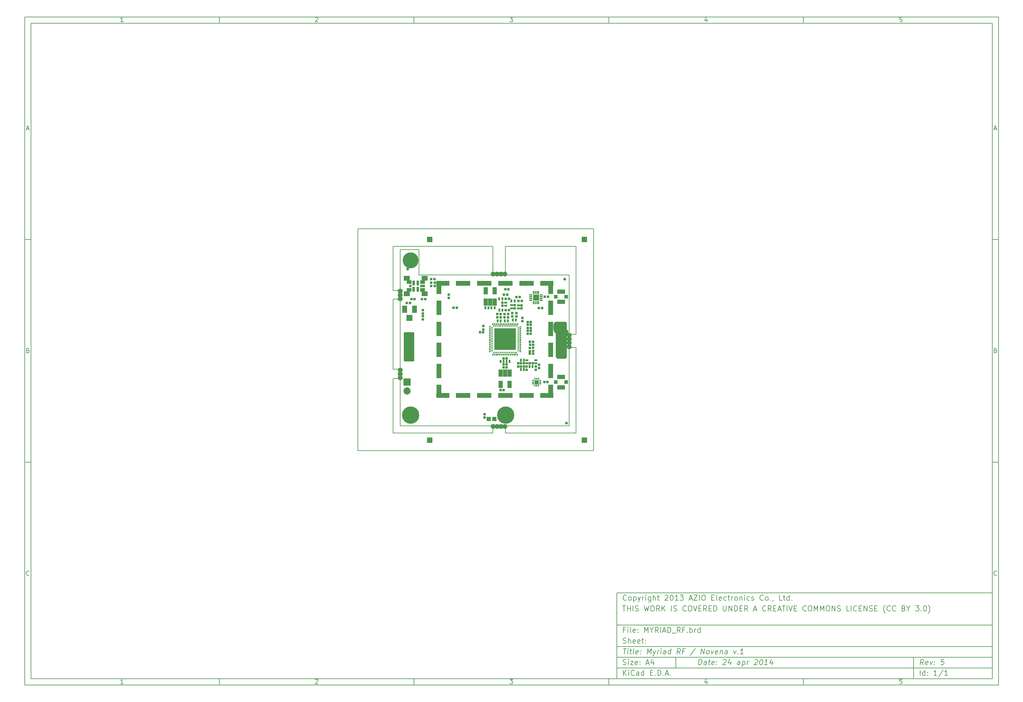
<source format=gts>
G04 (created by PCBNEW (2013-05-31 BZR 4019)-stable) date 24/04/2014 12:04:12*
%MOIN*%
G04 Gerber Fmt 3.4, Leading zero omitted, Abs format*
%FSLAX34Y34*%
G01*
G70*
G90*
G04 APERTURE LIST*
%ADD10C,0.00590551*%
%ADD11C,0.0077*%
%ADD12C,0.0314961*%
%ADD13C,0.019637*%
%ADD14C,0.0554*%
%ADD15R,0.0592X0.0592*%
%ADD16C,0.0357*%
%ADD17R,0.0273X0.0253*%
%ADD18R,0.0253X0.0273*%
%ADD19R,0.0218X0.0337*%
%ADD20R,0.0337X0.0218*%
%ADD21R,0.0273X0.0273*%
%ADD22C,0.193228*%
%ADD23R,0.0453X0.0803*%
%ADD24R,0.0357X0.0409*%
%ADD25R,0.022X0.0314*%
%ADD26R,0.0476X0.0295*%
%ADD27R,0.0527X0.0295*%
%ADD28R,0.0554X0.0295*%
%ADD29R,0.0759X0.0295*%
%ADD30R,0.0219X0.0295*%
%ADD31R,0.0219X0.0283*%
%ADD32R,0.022X0.0295*%
%ADD33R,0.0219X0.0371*%
%ADD34R,0.0219X0.0542*%
%ADD35R,0.0219X0.0504*%
%ADD36R,0.0219X0.0294*%
%ADD37R,0.0219X0.0409*%
%ADD38R,0.0219X0.058*%
%ADD39R,0.0219X0.0675*%
%ADD40R,0.0219X0.0789*%
%ADD41R,0.0219X0.0846*%
%ADD42R,0.0219X0.0903*%
%ADD43R,0.0219X0.0979*%
%ADD44R,0.0219X0.0485*%
%ADD45R,0.0219X0.0447*%
%ADD46R,0.0219X0.0428*%
%ADD47R,0.0219X0.039*%
%ADD48R,0.0219X0.0333*%
%ADD49R,0.0219X0.0276*%
%ADD50R,0.0219X0.0238*%
%ADD51R,0.0219X0.0637*%
%ADD52R,0.0219X0.0751*%
%ADD53R,0.0219X0.0314*%
%ADD54R,0.0219X0.0257*%
%ADD55R,0.022X0.034*%
%ADD56R,0.0219X0.0535*%
%ADD57R,0.0219X0.0352*%
%ADD58R,0.0219X0.0561*%
%ADD59R,0.0219X0.0599*%
%ADD60R,0.0219X0.0523*%
%ADD61R,0.0219X0.0466*%
%ADD62R,0.0791X0.0295*%
%ADD63R,0.0357X0.0295*%
%ADD64R,0.022X0.058*%
%ADD65R,0.0219X0.0618*%
%ADD66R,0.0495X0.0295*%
%ADD67R,0.0417X0.0295*%
%ADD68R,0.0924X0.0295*%
%ADD69R,0.0219X0.3981*%
%ADD70R,0.0129921X0.0248031*%
%ADD71R,0.0248031X0.0129921*%
%ADD72R,0.0464567X0.0464567*%
%ADD73R,0.240146X0.240146*%
%ADD74R,0.0235X0.0393*%
%ADD75R,0.0155X0.0155*%
%ADD76R,0.0155X0.0215*%
%ADD77R,0.0215X0.0155*%
%ADD78R,0.0711811X0.0711811*%
%ADD79R,0.0554331X0.0829921*%
%ADD80R,0.0797X0.0797*%
%ADD81C,0.0797*%
%ADD82R,0.066974X0.055074*%
%ADD83R,0.0314961X0.0570866*%
%ADD84R,0.0570866X0.0433071*%
%ADD85R,0.0275591X0.0314961*%
%ADD86R,0.0570866X0.0314961*%
%ADD87R,0.0514X0.0514*%
%ADD88C,0.17748*%
%ADD89R,0.070837X0.070837*%
%ADD90O,0.015637X0.037437*%
%ADD91O,0.016137X0.037437*%
%ADD92O,0.015737X0.037437*%
%ADD93O,0.037437X0.015737*%
%ADD94R,0.037437X0.015737*%
%ADD95O,0.037437X0.016137*%
%ADD96R,0.0433071X0.0433071*%
%ADD97R,0.0905512X0.0452756*%
%ADD98R,0.1649X0.0546*%
%ADD99R,0.1453X0.0546*%
%ADD100R,0.0546X0.1453*%
%ADD101R,0.0546X0.1649*%
%ADD102C,0.0039*%
G04 APERTURE END LIST*
G54D10*
X4000Y-4000D02*
X112930Y-4000D01*
X112930Y-78680D01*
X4000Y-78680D01*
X4000Y-4000D01*
X4700Y-4700D02*
X112230Y-4700D01*
X112230Y-77980D01*
X4700Y-77980D01*
X4700Y-4700D01*
X25780Y-4000D02*
X25780Y-4700D01*
X15032Y-4552D02*
X14747Y-4552D01*
X14890Y-4552D02*
X14890Y-4052D01*
X14842Y-4123D01*
X14794Y-4171D01*
X14747Y-4195D01*
X25780Y-78680D02*
X25780Y-77980D01*
X15032Y-78532D02*
X14747Y-78532D01*
X14890Y-78532D02*
X14890Y-78032D01*
X14842Y-78103D01*
X14794Y-78151D01*
X14747Y-78175D01*
X47560Y-4000D02*
X47560Y-4700D01*
X36527Y-4100D02*
X36550Y-4076D01*
X36598Y-4052D01*
X36717Y-4052D01*
X36765Y-4076D01*
X36789Y-4100D01*
X36812Y-4147D01*
X36812Y-4195D01*
X36789Y-4266D01*
X36503Y-4552D01*
X36812Y-4552D01*
X47560Y-78680D02*
X47560Y-77980D01*
X36527Y-78080D02*
X36550Y-78056D01*
X36598Y-78032D01*
X36717Y-78032D01*
X36765Y-78056D01*
X36789Y-78080D01*
X36812Y-78127D01*
X36812Y-78175D01*
X36789Y-78246D01*
X36503Y-78532D01*
X36812Y-78532D01*
X69340Y-4000D02*
X69340Y-4700D01*
X58283Y-4052D02*
X58592Y-4052D01*
X58426Y-4242D01*
X58497Y-4242D01*
X58545Y-4266D01*
X58569Y-4290D01*
X58592Y-4338D01*
X58592Y-4457D01*
X58569Y-4504D01*
X58545Y-4528D01*
X58497Y-4552D01*
X58354Y-4552D01*
X58307Y-4528D01*
X58283Y-4504D01*
X69340Y-78680D02*
X69340Y-77980D01*
X58283Y-78032D02*
X58592Y-78032D01*
X58426Y-78222D01*
X58497Y-78222D01*
X58545Y-78246D01*
X58569Y-78270D01*
X58592Y-78318D01*
X58592Y-78437D01*
X58569Y-78484D01*
X58545Y-78508D01*
X58497Y-78532D01*
X58354Y-78532D01*
X58307Y-78508D01*
X58283Y-78484D01*
X91120Y-4000D02*
X91120Y-4700D01*
X80325Y-4219D02*
X80325Y-4552D01*
X80206Y-4028D02*
X80087Y-4385D01*
X80396Y-4385D01*
X91120Y-78680D02*
X91120Y-77980D01*
X80325Y-78199D02*
X80325Y-78532D01*
X80206Y-78008D02*
X80087Y-78365D01*
X80396Y-78365D01*
X102129Y-4052D02*
X101890Y-4052D01*
X101867Y-4290D01*
X101890Y-4266D01*
X101938Y-4242D01*
X102057Y-4242D01*
X102105Y-4266D01*
X102129Y-4290D01*
X102152Y-4338D01*
X102152Y-4457D01*
X102129Y-4504D01*
X102105Y-4528D01*
X102057Y-4552D01*
X101938Y-4552D01*
X101890Y-4528D01*
X101867Y-4504D01*
X102129Y-78032D02*
X101890Y-78032D01*
X101867Y-78270D01*
X101890Y-78246D01*
X101938Y-78222D01*
X102057Y-78222D01*
X102105Y-78246D01*
X102129Y-78270D01*
X102152Y-78318D01*
X102152Y-78437D01*
X102129Y-78484D01*
X102105Y-78508D01*
X102057Y-78532D01*
X101938Y-78532D01*
X101890Y-78508D01*
X101867Y-78484D01*
X4000Y-28890D02*
X4700Y-28890D01*
X4230Y-16509D02*
X4469Y-16509D01*
X4183Y-16652D02*
X4350Y-16152D01*
X4516Y-16652D01*
X112930Y-28890D02*
X112230Y-28890D01*
X112460Y-16509D02*
X112699Y-16509D01*
X112413Y-16652D02*
X112580Y-16152D01*
X112746Y-16652D01*
X4000Y-53780D02*
X4700Y-53780D01*
X4385Y-41280D02*
X4457Y-41304D01*
X4480Y-41328D01*
X4504Y-41375D01*
X4504Y-41447D01*
X4480Y-41494D01*
X4457Y-41518D01*
X4409Y-41542D01*
X4219Y-41542D01*
X4219Y-41042D01*
X4385Y-41042D01*
X4433Y-41066D01*
X4457Y-41090D01*
X4480Y-41137D01*
X4480Y-41185D01*
X4457Y-41232D01*
X4433Y-41256D01*
X4385Y-41280D01*
X4219Y-41280D01*
X112930Y-53780D02*
X112230Y-53780D01*
X112615Y-41280D02*
X112687Y-41304D01*
X112710Y-41328D01*
X112734Y-41375D01*
X112734Y-41447D01*
X112710Y-41494D01*
X112687Y-41518D01*
X112639Y-41542D01*
X112449Y-41542D01*
X112449Y-41042D01*
X112615Y-41042D01*
X112663Y-41066D01*
X112687Y-41090D01*
X112710Y-41137D01*
X112710Y-41185D01*
X112687Y-41232D01*
X112663Y-41256D01*
X112615Y-41280D01*
X112449Y-41280D01*
X4504Y-66384D02*
X4480Y-66408D01*
X4409Y-66432D01*
X4361Y-66432D01*
X4290Y-66408D01*
X4242Y-66360D01*
X4219Y-66313D01*
X4195Y-66218D01*
X4195Y-66146D01*
X4219Y-66051D01*
X4242Y-66003D01*
X4290Y-65956D01*
X4361Y-65932D01*
X4409Y-65932D01*
X4480Y-65956D01*
X4504Y-65980D01*
X112734Y-66384D02*
X112710Y-66408D01*
X112639Y-66432D01*
X112591Y-66432D01*
X112520Y-66408D01*
X112472Y-66360D01*
X112449Y-66313D01*
X112425Y-66218D01*
X112425Y-66146D01*
X112449Y-66051D01*
X112472Y-66003D01*
X112520Y-65956D01*
X112591Y-65932D01*
X112639Y-65932D01*
X112710Y-65956D01*
X112734Y-65980D01*
X79380Y-76422D02*
X79455Y-75822D01*
X79597Y-75822D01*
X79680Y-75851D01*
X79730Y-75908D01*
X79751Y-75965D01*
X79765Y-76080D01*
X79755Y-76165D01*
X79712Y-76280D01*
X79676Y-76337D01*
X79612Y-76394D01*
X79522Y-76422D01*
X79380Y-76422D01*
X80237Y-76422D02*
X80276Y-76108D01*
X80255Y-76051D01*
X80201Y-76022D01*
X80087Y-76022D01*
X80026Y-76051D01*
X80240Y-76394D02*
X80180Y-76422D01*
X80037Y-76422D01*
X79983Y-76394D01*
X79962Y-76337D01*
X79969Y-76280D01*
X80005Y-76222D01*
X80065Y-76194D01*
X80208Y-76194D01*
X80269Y-76165D01*
X80487Y-76022D02*
X80715Y-76022D01*
X80597Y-75822D02*
X80533Y-76337D01*
X80555Y-76394D01*
X80608Y-76422D01*
X80665Y-76422D01*
X81097Y-76394D02*
X81037Y-76422D01*
X80922Y-76422D01*
X80869Y-76394D01*
X80847Y-76337D01*
X80876Y-76108D01*
X80912Y-76051D01*
X80972Y-76022D01*
X81087Y-76022D01*
X81140Y-76051D01*
X81162Y-76108D01*
X81155Y-76165D01*
X80862Y-76222D01*
X81387Y-76365D02*
X81412Y-76394D01*
X81380Y-76422D01*
X81355Y-76394D01*
X81387Y-76365D01*
X81380Y-76422D01*
X81426Y-76051D02*
X81451Y-76080D01*
X81419Y-76108D01*
X81394Y-76080D01*
X81426Y-76051D01*
X81419Y-76108D01*
X82162Y-75880D02*
X82194Y-75851D01*
X82255Y-75822D01*
X82397Y-75822D01*
X82451Y-75851D01*
X82476Y-75880D01*
X82497Y-75937D01*
X82490Y-75994D01*
X82451Y-76080D01*
X82065Y-76422D01*
X82437Y-76422D01*
X83001Y-76022D02*
X82951Y-76422D01*
X82887Y-75794D02*
X82690Y-76222D01*
X83062Y-76222D01*
X83980Y-76422D02*
X84019Y-76108D01*
X83997Y-76051D01*
X83944Y-76022D01*
X83830Y-76022D01*
X83769Y-76051D01*
X83983Y-76394D02*
X83922Y-76422D01*
X83780Y-76422D01*
X83726Y-76394D01*
X83705Y-76337D01*
X83712Y-76280D01*
X83747Y-76222D01*
X83808Y-76194D01*
X83951Y-76194D01*
X84012Y-76165D01*
X84315Y-76022D02*
X84240Y-76622D01*
X84312Y-76051D02*
X84372Y-76022D01*
X84487Y-76022D01*
X84540Y-76051D01*
X84565Y-76080D01*
X84587Y-76137D01*
X84565Y-76308D01*
X84530Y-76365D01*
X84497Y-76394D01*
X84437Y-76422D01*
X84322Y-76422D01*
X84269Y-76394D01*
X84808Y-76422D02*
X84858Y-76022D01*
X84844Y-76137D02*
X84880Y-76080D01*
X84912Y-76051D01*
X84972Y-76022D01*
X85030Y-76022D01*
X85676Y-75880D02*
X85708Y-75851D01*
X85769Y-75822D01*
X85912Y-75822D01*
X85965Y-75851D01*
X85990Y-75880D01*
X86012Y-75937D01*
X86005Y-75994D01*
X85965Y-76080D01*
X85580Y-76422D01*
X85951Y-76422D01*
X86397Y-75822D02*
X86455Y-75822D01*
X86508Y-75851D01*
X86533Y-75880D01*
X86555Y-75937D01*
X86569Y-76051D01*
X86551Y-76194D01*
X86508Y-76308D01*
X86472Y-76365D01*
X86440Y-76394D01*
X86380Y-76422D01*
X86322Y-76422D01*
X86269Y-76394D01*
X86244Y-76365D01*
X86222Y-76308D01*
X86208Y-76194D01*
X86226Y-76051D01*
X86269Y-75937D01*
X86305Y-75880D01*
X86337Y-75851D01*
X86397Y-75822D01*
X87094Y-76422D02*
X86751Y-76422D01*
X86922Y-76422D02*
X86997Y-75822D01*
X86930Y-75908D01*
X86865Y-75965D01*
X86805Y-75994D01*
X87658Y-76022D02*
X87608Y-76422D01*
X87544Y-75794D02*
X87347Y-76222D01*
X87719Y-76222D01*
X70972Y-77622D02*
X70972Y-77022D01*
X71315Y-77622D02*
X71058Y-77280D01*
X71315Y-77022D02*
X70972Y-77365D01*
X71572Y-77622D02*
X71572Y-77222D01*
X71572Y-77022D02*
X71544Y-77051D01*
X71572Y-77080D01*
X71601Y-77051D01*
X71572Y-77022D01*
X71572Y-77080D01*
X72201Y-77565D02*
X72172Y-77594D01*
X72087Y-77622D01*
X72030Y-77622D01*
X71944Y-77594D01*
X71887Y-77537D01*
X71858Y-77480D01*
X71830Y-77365D01*
X71830Y-77280D01*
X71858Y-77165D01*
X71887Y-77108D01*
X71944Y-77051D01*
X72030Y-77022D01*
X72087Y-77022D01*
X72172Y-77051D01*
X72201Y-77080D01*
X72715Y-77622D02*
X72715Y-77308D01*
X72687Y-77251D01*
X72630Y-77222D01*
X72515Y-77222D01*
X72458Y-77251D01*
X72715Y-77594D02*
X72658Y-77622D01*
X72515Y-77622D01*
X72458Y-77594D01*
X72430Y-77537D01*
X72430Y-77480D01*
X72458Y-77422D01*
X72515Y-77394D01*
X72658Y-77394D01*
X72715Y-77365D01*
X73258Y-77622D02*
X73258Y-77022D01*
X73258Y-77594D02*
X73201Y-77622D01*
X73087Y-77622D01*
X73030Y-77594D01*
X73001Y-77565D01*
X72972Y-77508D01*
X72972Y-77337D01*
X73001Y-77280D01*
X73030Y-77251D01*
X73087Y-77222D01*
X73201Y-77222D01*
X73258Y-77251D01*
X74001Y-77308D02*
X74201Y-77308D01*
X74287Y-77622D02*
X74001Y-77622D01*
X74001Y-77022D01*
X74287Y-77022D01*
X74544Y-77565D02*
X74572Y-77594D01*
X74544Y-77622D01*
X74515Y-77594D01*
X74544Y-77565D01*
X74544Y-77622D01*
X74829Y-77622D02*
X74829Y-77022D01*
X74972Y-77022D01*
X75058Y-77051D01*
X75115Y-77108D01*
X75144Y-77165D01*
X75172Y-77280D01*
X75172Y-77365D01*
X75144Y-77480D01*
X75115Y-77537D01*
X75058Y-77594D01*
X74972Y-77622D01*
X74829Y-77622D01*
X75429Y-77565D02*
X75458Y-77594D01*
X75429Y-77622D01*
X75401Y-77594D01*
X75429Y-77565D01*
X75429Y-77622D01*
X75687Y-77451D02*
X75972Y-77451D01*
X75629Y-77622D02*
X75829Y-77022D01*
X76029Y-77622D01*
X76229Y-77565D02*
X76258Y-77594D01*
X76229Y-77622D01*
X76201Y-77594D01*
X76229Y-77565D01*
X76229Y-77622D01*
X104522Y-76422D02*
X104358Y-76137D01*
X104180Y-76422D02*
X104255Y-75822D01*
X104483Y-75822D01*
X104537Y-75851D01*
X104562Y-75880D01*
X104583Y-75937D01*
X104572Y-76022D01*
X104537Y-76080D01*
X104505Y-76108D01*
X104444Y-76137D01*
X104215Y-76137D01*
X105012Y-76394D02*
X104951Y-76422D01*
X104837Y-76422D01*
X104783Y-76394D01*
X104762Y-76337D01*
X104790Y-76108D01*
X104826Y-76051D01*
X104887Y-76022D01*
X105001Y-76022D01*
X105055Y-76051D01*
X105076Y-76108D01*
X105069Y-76165D01*
X104776Y-76222D01*
X105287Y-76022D02*
X105380Y-76422D01*
X105572Y-76022D01*
X105758Y-76365D02*
X105783Y-76394D01*
X105751Y-76422D01*
X105726Y-76394D01*
X105758Y-76365D01*
X105751Y-76422D01*
X105797Y-76051D02*
X105822Y-76080D01*
X105790Y-76108D01*
X105765Y-76080D01*
X105797Y-76051D01*
X105790Y-76108D01*
X106855Y-75822D02*
X106569Y-75822D01*
X106505Y-76108D01*
X106537Y-76080D01*
X106597Y-76051D01*
X106740Y-76051D01*
X106794Y-76080D01*
X106819Y-76108D01*
X106840Y-76165D01*
X106822Y-76308D01*
X106787Y-76365D01*
X106755Y-76394D01*
X106694Y-76422D01*
X106551Y-76422D01*
X106497Y-76394D01*
X106472Y-76365D01*
X70944Y-76394D02*
X71030Y-76422D01*
X71172Y-76422D01*
X71230Y-76394D01*
X71258Y-76365D01*
X71287Y-76308D01*
X71287Y-76251D01*
X71258Y-76194D01*
X71230Y-76165D01*
X71172Y-76137D01*
X71058Y-76108D01*
X71001Y-76080D01*
X70972Y-76051D01*
X70944Y-75994D01*
X70944Y-75937D01*
X70972Y-75880D01*
X71001Y-75851D01*
X71058Y-75822D01*
X71201Y-75822D01*
X71287Y-75851D01*
X71544Y-76422D02*
X71544Y-76022D01*
X71544Y-75822D02*
X71515Y-75851D01*
X71544Y-75880D01*
X71572Y-75851D01*
X71544Y-75822D01*
X71544Y-75880D01*
X71772Y-76022D02*
X72087Y-76022D01*
X71772Y-76422D01*
X72087Y-76422D01*
X72544Y-76394D02*
X72487Y-76422D01*
X72372Y-76422D01*
X72315Y-76394D01*
X72287Y-76337D01*
X72287Y-76108D01*
X72315Y-76051D01*
X72372Y-76022D01*
X72487Y-76022D01*
X72544Y-76051D01*
X72572Y-76108D01*
X72572Y-76165D01*
X72287Y-76222D01*
X72830Y-76365D02*
X72858Y-76394D01*
X72830Y-76422D01*
X72801Y-76394D01*
X72830Y-76365D01*
X72830Y-76422D01*
X72830Y-76051D02*
X72858Y-76080D01*
X72830Y-76108D01*
X72801Y-76080D01*
X72830Y-76051D01*
X72830Y-76108D01*
X73544Y-76251D02*
X73830Y-76251D01*
X73487Y-76422D02*
X73687Y-75822D01*
X73887Y-76422D01*
X74344Y-76022D02*
X74344Y-76422D01*
X74201Y-75794D02*
X74058Y-76222D01*
X74430Y-76222D01*
X104172Y-77622D02*
X104172Y-77022D01*
X104715Y-77622D02*
X104715Y-77022D01*
X104715Y-77594D02*
X104658Y-77622D01*
X104544Y-77622D01*
X104487Y-77594D01*
X104458Y-77565D01*
X104430Y-77508D01*
X104430Y-77337D01*
X104458Y-77280D01*
X104487Y-77251D01*
X104544Y-77222D01*
X104658Y-77222D01*
X104715Y-77251D01*
X105001Y-77565D02*
X105030Y-77594D01*
X105001Y-77622D01*
X104972Y-77594D01*
X105001Y-77565D01*
X105001Y-77622D01*
X105001Y-77251D02*
X105030Y-77280D01*
X105001Y-77308D01*
X104972Y-77280D01*
X105001Y-77251D01*
X105001Y-77308D01*
X106058Y-77622D02*
X105715Y-77622D01*
X105887Y-77622D02*
X105887Y-77022D01*
X105829Y-77108D01*
X105772Y-77165D01*
X105715Y-77194D01*
X106744Y-76994D02*
X106230Y-77765D01*
X107258Y-77622D02*
X106915Y-77622D01*
X107087Y-77622D02*
X107087Y-77022D01*
X107029Y-77108D01*
X106972Y-77165D01*
X106915Y-77194D01*
X70969Y-74622D02*
X71312Y-74622D01*
X71065Y-75222D02*
X71140Y-74622D01*
X71437Y-75222D02*
X71487Y-74822D01*
X71512Y-74622D02*
X71480Y-74651D01*
X71505Y-74680D01*
X71537Y-74651D01*
X71512Y-74622D01*
X71505Y-74680D01*
X71687Y-74822D02*
X71915Y-74822D01*
X71797Y-74622D02*
X71733Y-75137D01*
X71755Y-75194D01*
X71808Y-75222D01*
X71865Y-75222D01*
X72151Y-75222D02*
X72097Y-75194D01*
X72076Y-75137D01*
X72140Y-74622D01*
X72612Y-75194D02*
X72551Y-75222D01*
X72437Y-75222D01*
X72383Y-75194D01*
X72362Y-75137D01*
X72390Y-74908D01*
X72426Y-74851D01*
X72487Y-74822D01*
X72601Y-74822D01*
X72655Y-74851D01*
X72676Y-74908D01*
X72669Y-74965D01*
X72376Y-75022D01*
X72901Y-75165D02*
X72926Y-75194D01*
X72894Y-75222D01*
X72869Y-75194D01*
X72901Y-75165D01*
X72894Y-75222D01*
X72940Y-74851D02*
X72965Y-74880D01*
X72933Y-74908D01*
X72908Y-74880D01*
X72940Y-74851D01*
X72933Y-74908D01*
X73637Y-75222D02*
X73712Y-74622D01*
X73858Y-75051D01*
X74112Y-74622D01*
X74037Y-75222D01*
X74315Y-74822D02*
X74408Y-75222D01*
X74601Y-74822D02*
X74408Y-75222D01*
X74333Y-75365D01*
X74301Y-75394D01*
X74240Y-75422D01*
X74780Y-75222D02*
X74830Y-74822D01*
X74815Y-74937D02*
X74851Y-74880D01*
X74883Y-74851D01*
X74944Y-74822D01*
X75001Y-74822D01*
X75151Y-75222D02*
X75201Y-74822D01*
X75226Y-74622D02*
X75194Y-74651D01*
X75219Y-74680D01*
X75251Y-74651D01*
X75226Y-74622D01*
X75219Y-74680D01*
X75694Y-75222D02*
X75733Y-74908D01*
X75712Y-74851D01*
X75658Y-74822D01*
X75544Y-74822D01*
X75483Y-74851D01*
X75697Y-75194D02*
X75637Y-75222D01*
X75494Y-75222D01*
X75440Y-75194D01*
X75419Y-75137D01*
X75426Y-75080D01*
X75462Y-75022D01*
X75522Y-74994D01*
X75665Y-74994D01*
X75726Y-74965D01*
X76237Y-75222D02*
X76312Y-74622D01*
X76240Y-75194D02*
X76180Y-75222D01*
X76065Y-75222D01*
X76012Y-75194D01*
X75987Y-75165D01*
X75965Y-75108D01*
X75987Y-74937D01*
X76022Y-74880D01*
X76055Y-74851D01*
X76115Y-74822D01*
X76230Y-74822D01*
X76283Y-74851D01*
X77322Y-75222D02*
X77158Y-74937D01*
X76980Y-75222D02*
X77055Y-74622D01*
X77283Y-74622D01*
X77337Y-74651D01*
X77362Y-74680D01*
X77383Y-74737D01*
X77372Y-74822D01*
X77337Y-74880D01*
X77305Y-74908D01*
X77244Y-74937D01*
X77015Y-74937D01*
X77819Y-74908D02*
X77619Y-74908D01*
X77580Y-75222D02*
X77655Y-74622D01*
X77940Y-74622D01*
X79058Y-74594D02*
X78447Y-75365D01*
X79637Y-75222D02*
X79712Y-74622D01*
X79980Y-75222D01*
X80055Y-74622D01*
X80351Y-75222D02*
X80297Y-75194D01*
X80272Y-75165D01*
X80251Y-75108D01*
X80272Y-74937D01*
X80308Y-74880D01*
X80340Y-74851D01*
X80401Y-74822D01*
X80487Y-74822D01*
X80540Y-74851D01*
X80565Y-74880D01*
X80587Y-74937D01*
X80565Y-75108D01*
X80530Y-75165D01*
X80497Y-75194D01*
X80437Y-75222D01*
X80351Y-75222D01*
X80801Y-74822D02*
X80894Y-75222D01*
X81087Y-74822D01*
X81497Y-75194D02*
X81437Y-75222D01*
X81322Y-75222D01*
X81269Y-75194D01*
X81247Y-75137D01*
X81276Y-74908D01*
X81312Y-74851D01*
X81372Y-74822D01*
X81487Y-74822D01*
X81540Y-74851D01*
X81562Y-74908D01*
X81555Y-74965D01*
X81262Y-75022D01*
X81830Y-74822D02*
X81780Y-75222D01*
X81822Y-74880D02*
X81855Y-74851D01*
X81915Y-74822D01*
X82001Y-74822D01*
X82055Y-74851D01*
X82076Y-74908D01*
X82037Y-75222D01*
X82580Y-75222D02*
X82619Y-74908D01*
X82597Y-74851D01*
X82544Y-74822D01*
X82430Y-74822D01*
X82369Y-74851D01*
X82583Y-75194D02*
X82522Y-75222D01*
X82380Y-75222D01*
X82326Y-75194D01*
X82305Y-75137D01*
X82312Y-75080D01*
X82347Y-75022D01*
X82408Y-74994D01*
X82551Y-74994D01*
X82612Y-74965D01*
X83315Y-74822D02*
X83408Y-75222D01*
X83601Y-74822D01*
X83787Y-75165D02*
X83812Y-75194D01*
X83780Y-75222D01*
X83755Y-75194D01*
X83787Y-75165D01*
X83780Y-75222D01*
X84380Y-75222D02*
X84037Y-75222D01*
X84208Y-75222D02*
X84283Y-74622D01*
X84215Y-74708D01*
X84151Y-74765D01*
X84090Y-74794D01*
X71172Y-72508D02*
X70972Y-72508D01*
X70972Y-72822D02*
X70972Y-72222D01*
X71258Y-72222D01*
X71487Y-72822D02*
X71487Y-72422D01*
X71487Y-72222D02*
X71458Y-72251D01*
X71487Y-72280D01*
X71515Y-72251D01*
X71487Y-72222D01*
X71487Y-72280D01*
X71858Y-72822D02*
X71801Y-72794D01*
X71772Y-72737D01*
X71772Y-72222D01*
X72315Y-72794D02*
X72258Y-72822D01*
X72144Y-72822D01*
X72087Y-72794D01*
X72058Y-72737D01*
X72058Y-72508D01*
X72087Y-72451D01*
X72144Y-72422D01*
X72258Y-72422D01*
X72315Y-72451D01*
X72344Y-72508D01*
X72344Y-72565D01*
X72058Y-72622D01*
X72601Y-72765D02*
X72630Y-72794D01*
X72601Y-72822D01*
X72572Y-72794D01*
X72601Y-72765D01*
X72601Y-72822D01*
X72601Y-72451D02*
X72630Y-72480D01*
X72601Y-72508D01*
X72572Y-72480D01*
X72601Y-72451D01*
X72601Y-72508D01*
X73344Y-72822D02*
X73344Y-72222D01*
X73544Y-72651D01*
X73744Y-72222D01*
X73744Y-72822D01*
X74144Y-72537D02*
X74144Y-72822D01*
X73944Y-72222D02*
X74144Y-72537D01*
X74344Y-72222D01*
X74887Y-72822D02*
X74687Y-72537D01*
X74544Y-72822D02*
X74544Y-72222D01*
X74772Y-72222D01*
X74830Y-72251D01*
X74858Y-72280D01*
X74887Y-72337D01*
X74887Y-72422D01*
X74858Y-72480D01*
X74830Y-72508D01*
X74772Y-72537D01*
X74544Y-72537D01*
X75144Y-72822D02*
X75144Y-72222D01*
X75401Y-72651D02*
X75687Y-72651D01*
X75344Y-72822D02*
X75544Y-72222D01*
X75744Y-72822D01*
X75944Y-72822D02*
X75944Y-72222D01*
X76087Y-72222D01*
X76172Y-72251D01*
X76230Y-72308D01*
X76258Y-72365D01*
X76287Y-72480D01*
X76287Y-72565D01*
X76258Y-72680D01*
X76230Y-72737D01*
X76172Y-72794D01*
X76087Y-72822D01*
X75944Y-72822D01*
X76401Y-72880D02*
X76858Y-72880D01*
X77344Y-72822D02*
X77144Y-72537D01*
X77001Y-72822D02*
X77001Y-72222D01*
X77230Y-72222D01*
X77287Y-72251D01*
X77315Y-72280D01*
X77344Y-72337D01*
X77344Y-72422D01*
X77315Y-72480D01*
X77287Y-72508D01*
X77230Y-72537D01*
X77001Y-72537D01*
X77801Y-72508D02*
X77601Y-72508D01*
X77601Y-72822D02*
X77601Y-72222D01*
X77887Y-72222D01*
X78115Y-72765D02*
X78144Y-72794D01*
X78115Y-72822D01*
X78087Y-72794D01*
X78115Y-72765D01*
X78115Y-72822D01*
X78401Y-72822D02*
X78401Y-72222D01*
X78401Y-72451D02*
X78458Y-72422D01*
X78572Y-72422D01*
X78630Y-72451D01*
X78658Y-72480D01*
X78687Y-72537D01*
X78687Y-72708D01*
X78658Y-72765D01*
X78630Y-72794D01*
X78572Y-72822D01*
X78458Y-72822D01*
X78401Y-72794D01*
X78944Y-72822D02*
X78944Y-72422D01*
X78944Y-72537D02*
X78972Y-72480D01*
X79001Y-72451D01*
X79058Y-72422D01*
X79115Y-72422D01*
X79572Y-72822D02*
X79572Y-72222D01*
X79572Y-72794D02*
X79515Y-72822D01*
X79401Y-72822D01*
X79344Y-72794D01*
X79315Y-72765D01*
X79287Y-72708D01*
X79287Y-72537D01*
X79315Y-72480D01*
X79344Y-72451D01*
X79401Y-72422D01*
X79515Y-72422D01*
X79572Y-72451D01*
X70944Y-73994D02*
X71030Y-74022D01*
X71172Y-74022D01*
X71230Y-73994D01*
X71258Y-73965D01*
X71287Y-73908D01*
X71287Y-73851D01*
X71258Y-73794D01*
X71230Y-73765D01*
X71172Y-73737D01*
X71058Y-73708D01*
X71001Y-73680D01*
X70972Y-73651D01*
X70944Y-73594D01*
X70944Y-73537D01*
X70972Y-73480D01*
X71001Y-73451D01*
X71058Y-73422D01*
X71201Y-73422D01*
X71287Y-73451D01*
X71544Y-74022D02*
X71544Y-73422D01*
X71801Y-74022D02*
X71801Y-73708D01*
X71772Y-73651D01*
X71715Y-73622D01*
X71630Y-73622D01*
X71572Y-73651D01*
X71544Y-73680D01*
X72315Y-73994D02*
X72258Y-74022D01*
X72144Y-74022D01*
X72087Y-73994D01*
X72058Y-73937D01*
X72058Y-73708D01*
X72087Y-73651D01*
X72144Y-73622D01*
X72258Y-73622D01*
X72315Y-73651D01*
X72344Y-73708D01*
X72344Y-73765D01*
X72058Y-73822D01*
X72830Y-73994D02*
X72772Y-74022D01*
X72658Y-74022D01*
X72601Y-73994D01*
X72572Y-73937D01*
X72572Y-73708D01*
X72601Y-73651D01*
X72658Y-73622D01*
X72772Y-73622D01*
X72830Y-73651D01*
X72858Y-73708D01*
X72858Y-73765D01*
X72572Y-73822D01*
X73030Y-73622D02*
X73258Y-73622D01*
X73115Y-73422D02*
X73115Y-73937D01*
X73144Y-73994D01*
X73201Y-74022D01*
X73258Y-74022D01*
X73458Y-73965D02*
X73487Y-73994D01*
X73458Y-74022D01*
X73430Y-73994D01*
X73458Y-73965D01*
X73458Y-74022D01*
X73458Y-73651D02*
X73487Y-73680D01*
X73458Y-73708D01*
X73430Y-73680D01*
X73458Y-73651D01*
X73458Y-73708D01*
X70887Y-69822D02*
X71230Y-69822D01*
X71058Y-70422D02*
X71058Y-69822D01*
X71430Y-70422D02*
X71430Y-69822D01*
X71430Y-70108D02*
X71772Y-70108D01*
X71772Y-70422D02*
X71772Y-69822D01*
X72058Y-70422D02*
X72058Y-69822D01*
X72315Y-70394D02*
X72401Y-70422D01*
X72544Y-70422D01*
X72601Y-70394D01*
X72629Y-70365D01*
X72658Y-70308D01*
X72658Y-70251D01*
X72629Y-70194D01*
X72601Y-70165D01*
X72544Y-70137D01*
X72429Y-70108D01*
X72372Y-70080D01*
X72344Y-70051D01*
X72315Y-69994D01*
X72315Y-69937D01*
X72344Y-69880D01*
X72372Y-69851D01*
X72429Y-69822D01*
X72572Y-69822D01*
X72658Y-69851D01*
X73315Y-69822D02*
X73458Y-70422D01*
X73572Y-69994D01*
X73687Y-70422D01*
X73830Y-69822D01*
X74172Y-69822D02*
X74287Y-69822D01*
X74344Y-69851D01*
X74401Y-69908D01*
X74430Y-70022D01*
X74430Y-70222D01*
X74401Y-70337D01*
X74344Y-70394D01*
X74287Y-70422D01*
X74172Y-70422D01*
X74115Y-70394D01*
X74058Y-70337D01*
X74030Y-70222D01*
X74030Y-70022D01*
X74058Y-69908D01*
X74115Y-69851D01*
X74172Y-69822D01*
X75029Y-70422D02*
X74829Y-70137D01*
X74687Y-70422D02*
X74687Y-69822D01*
X74915Y-69822D01*
X74972Y-69851D01*
X75001Y-69880D01*
X75029Y-69937D01*
X75029Y-70022D01*
X75001Y-70080D01*
X74972Y-70108D01*
X74915Y-70137D01*
X74687Y-70137D01*
X75287Y-70422D02*
X75287Y-69822D01*
X75629Y-70422D02*
X75372Y-70080D01*
X75629Y-69822D02*
X75287Y-70165D01*
X76344Y-70422D02*
X76344Y-69822D01*
X76601Y-70394D02*
X76687Y-70422D01*
X76829Y-70422D01*
X76887Y-70394D01*
X76915Y-70365D01*
X76944Y-70308D01*
X76944Y-70251D01*
X76915Y-70194D01*
X76887Y-70165D01*
X76829Y-70137D01*
X76715Y-70108D01*
X76658Y-70080D01*
X76629Y-70051D01*
X76601Y-69994D01*
X76601Y-69937D01*
X76629Y-69880D01*
X76658Y-69851D01*
X76715Y-69822D01*
X76858Y-69822D01*
X76944Y-69851D01*
X78001Y-70365D02*
X77972Y-70394D01*
X77887Y-70422D01*
X77830Y-70422D01*
X77744Y-70394D01*
X77687Y-70337D01*
X77658Y-70280D01*
X77630Y-70165D01*
X77630Y-70080D01*
X77658Y-69965D01*
X77687Y-69908D01*
X77744Y-69851D01*
X77830Y-69822D01*
X77887Y-69822D01*
X77972Y-69851D01*
X78001Y-69880D01*
X78372Y-69822D02*
X78487Y-69822D01*
X78544Y-69851D01*
X78601Y-69908D01*
X78630Y-70022D01*
X78630Y-70222D01*
X78601Y-70337D01*
X78544Y-70394D01*
X78487Y-70422D01*
X78372Y-70422D01*
X78315Y-70394D01*
X78258Y-70337D01*
X78230Y-70222D01*
X78230Y-70022D01*
X78258Y-69908D01*
X78315Y-69851D01*
X78372Y-69822D01*
X78801Y-69822D02*
X79001Y-70422D01*
X79201Y-69822D01*
X79401Y-70108D02*
X79601Y-70108D01*
X79687Y-70422D02*
X79401Y-70422D01*
X79401Y-69822D01*
X79687Y-69822D01*
X80287Y-70422D02*
X80087Y-70137D01*
X79944Y-70422D02*
X79944Y-69822D01*
X80172Y-69822D01*
X80229Y-69851D01*
X80258Y-69880D01*
X80287Y-69937D01*
X80287Y-70022D01*
X80258Y-70080D01*
X80229Y-70108D01*
X80172Y-70137D01*
X79944Y-70137D01*
X80544Y-70108D02*
X80744Y-70108D01*
X80829Y-70422D02*
X80544Y-70422D01*
X80544Y-69822D01*
X80829Y-69822D01*
X81087Y-70422D02*
X81087Y-69822D01*
X81229Y-69822D01*
X81315Y-69851D01*
X81372Y-69908D01*
X81401Y-69965D01*
X81429Y-70080D01*
X81429Y-70165D01*
X81401Y-70280D01*
X81372Y-70337D01*
X81315Y-70394D01*
X81229Y-70422D01*
X81087Y-70422D01*
X82144Y-69822D02*
X82144Y-70308D01*
X82172Y-70365D01*
X82201Y-70394D01*
X82258Y-70422D01*
X82372Y-70422D01*
X82429Y-70394D01*
X82458Y-70365D01*
X82487Y-70308D01*
X82487Y-69822D01*
X82772Y-70422D02*
X82772Y-69822D01*
X83115Y-70422D01*
X83115Y-69822D01*
X83401Y-70422D02*
X83401Y-69822D01*
X83544Y-69822D01*
X83629Y-69851D01*
X83687Y-69908D01*
X83715Y-69965D01*
X83744Y-70080D01*
X83744Y-70165D01*
X83715Y-70280D01*
X83687Y-70337D01*
X83629Y-70394D01*
X83544Y-70422D01*
X83401Y-70422D01*
X84001Y-70108D02*
X84201Y-70108D01*
X84287Y-70422D02*
X84001Y-70422D01*
X84001Y-69822D01*
X84287Y-69822D01*
X84887Y-70422D02*
X84687Y-70137D01*
X84544Y-70422D02*
X84544Y-69822D01*
X84772Y-69822D01*
X84829Y-69851D01*
X84858Y-69880D01*
X84887Y-69937D01*
X84887Y-70022D01*
X84858Y-70080D01*
X84829Y-70108D01*
X84772Y-70137D01*
X84544Y-70137D01*
X85572Y-70251D02*
X85858Y-70251D01*
X85515Y-70422D02*
X85715Y-69822D01*
X85915Y-70422D01*
X86915Y-70365D02*
X86887Y-70394D01*
X86801Y-70422D01*
X86744Y-70422D01*
X86658Y-70394D01*
X86601Y-70337D01*
X86572Y-70280D01*
X86544Y-70165D01*
X86544Y-70080D01*
X86572Y-69965D01*
X86601Y-69908D01*
X86658Y-69851D01*
X86744Y-69822D01*
X86801Y-69822D01*
X86887Y-69851D01*
X86915Y-69880D01*
X87515Y-70422D02*
X87315Y-70137D01*
X87172Y-70422D02*
X87172Y-69822D01*
X87401Y-69822D01*
X87458Y-69851D01*
X87487Y-69880D01*
X87515Y-69937D01*
X87515Y-70022D01*
X87487Y-70080D01*
X87458Y-70108D01*
X87401Y-70137D01*
X87172Y-70137D01*
X87772Y-70108D02*
X87972Y-70108D01*
X88058Y-70422D02*
X87772Y-70422D01*
X87772Y-69822D01*
X88058Y-69822D01*
X88287Y-70251D02*
X88572Y-70251D01*
X88229Y-70422D02*
X88429Y-69822D01*
X88629Y-70422D01*
X88744Y-69822D02*
X89087Y-69822D01*
X88915Y-70422D02*
X88915Y-69822D01*
X89287Y-70422D02*
X89287Y-69822D01*
X89487Y-69822D02*
X89687Y-70422D01*
X89887Y-69822D01*
X90087Y-70108D02*
X90287Y-70108D01*
X90372Y-70422D02*
X90087Y-70422D01*
X90087Y-69822D01*
X90372Y-69822D01*
X91429Y-70365D02*
X91401Y-70394D01*
X91315Y-70422D01*
X91258Y-70422D01*
X91172Y-70394D01*
X91115Y-70337D01*
X91087Y-70280D01*
X91058Y-70165D01*
X91058Y-70080D01*
X91087Y-69965D01*
X91115Y-69908D01*
X91172Y-69851D01*
X91258Y-69822D01*
X91315Y-69822D01*
X91401Y-69851D01*
X91429Y-69880D01*
X91801Y-69822D02*
X91915Y-69822D01*
X91972Y-69851D01*
X92029Y-69908D01*
X92058Y-70022D01*
X92058Y-70222D01*
X92029Y-70337D01*
X91972Y-70394D01*
X91915Y-70422D01*
X91801Y-70422D01*
X91744Y-70394D01*
X91687Y-70337D01*
X91658Y-70222D01*
X91658Y-70022D01*
X91687Y-69908D01*
X91744Y-69851D01*
X91801Y-69822D01*
X92315Y-70422D02*
X92315Y-69822D01*
X92515Y-70251D01*
X92715Y-69822D01*
X92715Y-70422D01*
X93001Y-70422D02*
X93001Y-69822D01*
X93201Y-70251D01*
X93401Y-69822D01*
X93401Y-70422D01*
X93801Y-69822D02*
X93915Y-69822D01*
X93972Y-69851D01*
X94029Y-69908D01*
X94058Y-70022D01*
X94058Y-70222D01*
X94029Y-70337D01*
X93972Y-70394D01*
X93915Y-70422D01*
X93801Y-70422D01*
X93744Y-70394D01*
X93687Y-70337D01*
X93658Y-70222D01*
X93658Y-70022D01*
X93687Y-69908D01*
X93744Y-69851D01*
X93801Y-69822D01*
X94315Y-70422D02*
X94315Y-69822D01*
X94658Y-70422D01*
X94658Y-69822D01*
X94915Y-70394D02*
X95001Y-70422D01*
X95144Y-70422D01*
X95201Y-70394D01*
X95229Y-70365D01*
X95258Y-70308D01*
X95258Y-70251D01*
X95229Y-70194D01*
X95201Y-70165D01*
X95144Y-70137D01*
X95029Y-70108D01*
X94972Y-70080D01*
X94944Y-70051D01*
X94915Y-69994D01*
X94915Y-69937D01*
X94944Y-69880D01*
X94972Y-69851D01*
X95029Y-69822D01*
X95172Y-69822D01*
X95258Y-69851D01*
X96258Y-70422D02*
X95972Y-70422D01*
X95972Y-69822D01*
X96458Y-70422D02*
X96458Y-69822D01*
X97087Y-70365D02*
X97058Y-70394D01*
X96972Y-70422D01*
X96915Y-70422D01*
X96829Y-70394D01*
X96772Y-70337D01*
X96744Y-70280D01*
X96715Y-70165D01*
X96715Y-70080D01*
X96744Y-69965D01*
X96772Y-69908D01*
X96829Y-69851D01*
X96915Y-69822D01*
X96972Y-69822D01*
X97058Y-69851D01*
X97087Y-69880D01*
X97344Y-70108D02*
X97544Y-70108D01*
X97629Y-70422D02*
X97344Y-70422D01*
X97344Y-69822D01*
X97629Y-69822D01*
X97887Y-70422D02*
X97887Y-69822D01*
X98229Y-70422D01*
X98229Y-69822D01*
X98487Y-70394D02*
X98572Y-70422D01*
X98715Y-70422D01*
X98772Y-70394D01*
X98801Y-70365D01*
X98829Y-70308D01*
X98829Y-70251D01*
X98801Y-70194D01*
X98772Y-70165D01*
X98715Y-70137D01*
X98601Y-70108D01*
X98544Y-70080D01*
X98515Y-70051D01*
X98487Y-69994D01*
X98487Y-69937D01*
X98515Y-69880D01*
X98544Y-69851D01*
X98601Y-69822D01*
X98744Y-69822D01*
X98829Y-69851D01*
X99087Y-70108D02*
X99287Y-70108D01*
X99372Y-70422D02*
X99087Y-70422D01*
X99087Y-69822D01*
X99372Y-69822D01*
X100258Y-70651D02*
X100229Y-70622D01*
X100172Y-70537D01*
X100144Y-70480D01*
X100115Y-70394D01*
X100087Y-70251D01*
X100087Y-70137D01*
X100115Y-69994D01*
X100144Y-69908D01*
X100172Y-69851D01*
X100229Y-69765D01*
X100258Y-69737D01*
X100829Y-70365D02*
X100801Y-70394D01*
X100715Y-70422D01*
X100658Y-70422D01*
X100572Y-70394D01*
X100515Y-70337D01*
X100487Y-70280D01*
X100458Y-70165D01*
X100458Y-70080D01*
X100487Y-69965D01*
X100515Y-69908D01*
X100572Y-69851D01*
X100658Y-69822D01*
X100715Y-69822D01*
X100801Y-69851D01*
X100829Y-69880D01*
X101429Y-70365D02*
X101401Y-70394D01*
X101315Y-70422D01*
X101258Y-70422D01*
X101172Y-70394D01*
X101115Y-70337D01*
X101087Y-70280D01*
X101058Y-70165D01*
X101058Y-70080D01*
X101087Y-69965D01*
X101115Y-69908D01*
X101172Y-69851D01*
X101258Y-69822D01*
X101315Y-69822D01*
X101401Y-69851D01*
X101429Y-69880D01*
X102344Y-70108D02*
X102429Y-70137D01*
X102458Y-70165D01*
X102487Y-70222D01*
X102487Y-70308D01*
X102458Y-70365D01*
X102429Y-70394D01*
X102372Y-70422D01*
X102144Y-70422D01*
X102144Y-69822D01*
X102344Y-69822D01*
X102401Y-69851D01*
X102429Y-69880D01*
X102458Y-69937D01*
X102458Y-69994D01*
X102429Y-70051D01*
X102401Y-70080D01*
X102344Y-70108D01*
X102144Y-70108D01*
X102858Y-70137D02*
X102858Y-70422D01*
X102658Y-69822D02*
X102858Y-70137D01*
X103058Y-69822D01*
X103658Y-69822D02*
X104029Y-69822D01*
X103829Y-70051D01*
X103915Y-70051D01*
X103972Y-70080D01*
X104001Y-70108D01*
X104029Y-70165D01*
X104029Y-70308D01*
X104001Y-70365D01*
X103972Y-70394D01*
X103915Y-70422D01*
X103744Y-70422D01*
X103687Y-70394D01*
X103658Y-70365D01*
X104287Y-70365D02*
X104315Y-70394D01*
X104287Y-70422D01*
X104258Y-70394D01*
X104287Y-70365D01*
X104287Y-70422D01*
X104687Y-69822D02*
X104744Y-69822D01*
X104801Y-69851D01*
X104829Y-69880D01*
X104858Y-69937D01*
X104887Y-70051D01*
X104887Y-70194D01*
X104858Y-70308D01*
X104829Y-70365D01*
X104801Y-70394D01*
X104744Y-70422D01*
X104687Y-70422D01*
X104629Y-70394D01*
X104601Y-70365D01*
X104572Y-70308D01*
X104544Y-70194D01*
X104544Y-70051D01*
X104572Y-69937D01*
X104601Y-69880D01*
X104629Y-69851D01*
X104687Y-69822D01*
X105087Y-70651D02*
X105115Y-70622D01*
X105172Y-70537D01*
X105201Y-70480D01*
X105229Y-70394D01*
X105258Y-70251D01*
X105258Y-70137D01*
X105229Y-69994D01*
X105201Y-69908D01*
X105172Y-69851D01*
X105115Y-69765D01*
X105087Y-69737D01*
X71315Y-69165D02*
X71287Y-69194D01*
X71201Y-69222D01*
X71144Y-69222D01*
X71058Y-69194D01*
X71001Y-69137D01*
X70972Y-69080D01*
X70944Y-68965D01*
X70944Y-68880D01*
X70972Y-68765D01*
X71001Y-68708D01*
X71058Y-68651D01*
X71144Y-68622D01*
X71201Y-68622D01*
X71287Y-68651D01*
X71315Y-68680D01*
X71658Y-69222D02*
X71601Y-69194D01*
X71572Y-69165D01*
X71544Y-69108D01*
X71544Y-68937D01*
X71572Y-68880D01*
X71601Y-68851D01*
X71658Y-68822D01*
X71744Y-68822D01*
X71801Y-68851D01*
X71830Y-68880D01*
X71858Y-68937D01*
X71858Y-69108D01*
X71830Y-69165D01*
X71801Y-69194D01*
X71744Y-69222D01*
X71658Y-69222D01*
X72115Y-68822D02*
X72115Y-69422D01*
X72115Y-68851D02*
X72172Y-68822D01*
X72287Y-68822D01*
X72344Y-68851D01*
X72372Y-68880D01*
X72401Y-68937D01*
X72401Y-69108D01*
X72372Y-69165D01*
X72344Y-69194D01*
X72287Y-69222D01*
X72172Y-69222D01*
X72115Y-69194D01*
X72601Y-68822D02*
X72744Y-69222D01*
X72887Y-68822D02*
X72744Y-69222D01*
X72687Y-69365D01*
X72658Y-69394D01*
X72601Y-69422D01*
X73115Y-69222D02*
X73115Y-68822D01*
X73115Y-68937D02*
X73144Y-68880D01*
X73172Y-68851D01*
X73230Y-68822D01*
X73287Y-68822D01*
X73487Y-69222D02*
X73487Y-68822D01*
X73487Y-68622D02*
X73458Y-68651D01*
X73487Y-68680D01*
X73515Y-68651D01*
X73487Y-68622D01*
X73487Y-68680D01*
X74030Y-68822D02*
X74030Y-69308D01*
X74001Y-69365D01*
X73972Y-69394D01*
X73915Y-69422D01*
X73830Y-69422D01*
X73772Y-69394D01*
X74030Y-69194D02*
X73972Y-69222D01*
X73858Y-69222D01*
X73801Y-69194D01*
X73772Y-69165D01*
X73744Y-69108D01*
X73744Y-68937D01*
X73772Y-68880D01*
X73801Y-68851D01*
X73858Y-68822D01*
X73972Y-68822D01*
X74030Y-68851D01*
X74315Y-69222D02*
X74315Y-68622D01*
X74572Y-69222D02*
X74572Y-68908D01*
X74544Y-68851D01*
X74487Y-68822D01*
X74401Y-68822D01*
X74344Y-68851D01*
X74315Y-68880D01*
X74772Y-68822D02*
X75001Y-68822D01*
X74858Y-68622D02*
X74858Y-69137D01*
X74887Y-69194D01*
X74944Y-69222D01*
X75001Y-69222D01*
X75630Y-68680D02*
X75658Y-68651D01*
X75715Y-68622D01*
X75858Y-68622D01*
X75915Y-68651D01*
X75944Y-68680D01*
X75972Y-68737D01*
X75972Y-68794D01*
X75944Y-68880D01*
X75601Y-69222D01*
X75972Y-69222D01*
X76344Y-68622D02*
X76401Y-68622D01*
X76458Y-68651D01*
X76487Y-68680D01*
X76515Y-68737D01*
X76544Y-68851D01*
X76544Y-68994D01*
X76515Y-69108D01*
X76487Y-69165D01*
X76458Y-69194D01*
X76401Y-69222D01*
X76344Y-69222D01*
X76287Y-69194D01*
X76258Y-69165D01*
X76230Y-69108D01*
X76201Y-68994D01*
X76201Y-68851D01*
X76230Y-68737D01*
X76258Y-68680D01*
X76287Y-68651D01*
X76344Y-68622D01*
X77115Y-69222D02*
X76772Y-69222D01*
X76944Y-69222D02*
X76944Y-68622D01*
X76887Y-68708D01*
X76830Y-68765D01*
X76772Y-68794D01*
X77315Y-68622D02*
X77687Y-68622D01*
X77487Y-68851D01*
X77572Y-68851D01*
X77630Y-68880D01*
X77658Y-68908D01*
X77687Y-68965D01*
X77687Y-69108D01*
X77658Y-69165D01*
X77630Y-69194D01*
X77572Y-69222D01*
X77401Y-69222D01*
X77344Y-69194D01*
X77315Y-69165D01*
X78372Y-69051D02*
X78658Y-69051D01*
X78315Y-69222D02*
X78515Y-68622D01*
X78715Y-69222D01*
X78858Y-68622D02*
X79258Y-68622D01*
X78858Y-69222D01*
X79258Y-69222D01*
X79487Y-69222D02*
X79487Y-68622D01*
X79887Y-68622D02*
X80001Y-68622D01*
X80058Y-68651D01*
X80115Y-68708D01*
X80144Y-68822D01*
X80144Y-69022D01*
X80115Y-69137D01*
X80058Y-69194D01*
X80001Y-69222D01*
X79887Y-69222D01*
X79830Y-69194D01*
X79772Y-69137D01*
X79744Y-69022D01*
X79744Y-68822D01*
X79772Y-68708D01*
X79830Y-68651D01*
X79887Y-68622D01*
X80858Y-68908D02*
X81058Y-68908D01*
X81144Y-69222D02*
X80858Y-69222D01*
X80858Y-68622D01*
X81144Y-68622D01*
X81487Y-69222D02*
X81430Y-69194D01*
X81401Y-69137D01*
X81401Y-68622D01*
X81944Y-69194D02*
X81887Y-69222D01*
X81772Y-69222D01*
X81715Y-69194D01*
X81687Y-69137D01*
X81687Y-68908D01*
X81715Y-68851D01*
X81772Y-68822D01*
X81887Y-68822D01*
X81944Y-68851D01*
X81972Y-68908D01*
X81972Y-68965D01*
X81687Y-69022D01*
X82487Y-69194D02*
X82430Y-69222D01*
X82315Y-69222D01*
X82258Y-69194D01*
X82230Y-69165D01*
X82201Y-69108D01*
X82201Y-68937D01*
X82230Y-68880D01*
X82258Y-68851D01*
X82315Y-68822D01*
X82430Y-68822D01*
X82487Y-68851D01*
X82658Y-68822D02*
X82887Y-68822D01*
X82744Y-68622D02*
X82744Y-69137D01*
X82772Y-69194D01*
X82830Y-69222D01*
X82887Y-69222D01*
X83087Y-69222D02*
X83087Y-68822D01*
X83087Y-68937D02*
X83115Y-68880D01*
X83144Y-68851D01*
X83201Y-68822D01*
X83258Y-68822D01*
X83544Y-69222D02*
X83487Y-69194D01*
X83458Y-69165D01*
X83430Y-69108D01*
X83430Y-68937D01*
X83458Y-68880D01*
X83487Y-68851D01*
X83544Y-68822D01*
X83630Y-68822D01*
X83687Y-68851D01*
X83715Y-68880D01*
X83744Y-68937D01*
X83744Y-69108D01*
X83715Y-69165D01*
X83687Y-69194D01*
X83630Y-69222D01*
X83544Y-69222D01*
X84001Y-68822D02*
X84001Y-69222D01*
X84001Y-68880D02*
X84030Y-68851D01*
X84087Y-68822D01*
X84172Y-68822D01*
X84230Y-68851D01*
X84258Y-68908D01*
X84258Y-69222D01*
X84544Y-69222D02*
X84544Y-68822D01*
X84544Y-68622D02*
X84515Y-68651D01*
X84544Y-68680D01*
X84572Y-68651D01*
X84544Y-68622D01*
X84544Y-68680D01*
X85087Y-69194D02*
X85030Y-69222D01*
X84915Y-69222D01*
X84858Y-69194D01*
X84830Y-69165D01*
X84801Y-69108D01*
X84801Y-68937D01*
X84830Y-68880D01*
X84858Y-68851D01*
X84915Y-68822D01*
X85030Y-68822D01*
X85087Y-68851D01*
X85315Y-69194D02*
X85372Y-69222D01*
X85487Y-69222D01*
X85544Y-69194D01*
X85572Y-69137D01*
X85572Y-69108D01*
X85544Y-69051D01*
X85487Y-69022D01*
X85401Y-69022D01*
X85344Y-68994D01*
X85315Y-68937D01*
X85315Y-68908D01*
X85344Y-68851D01*
X85401Y-68822D01*
X85487Y-68822D01*
X85544Y-68851D01*
X86630Y-69165D02*
X86601Y-69194D01*
X86515Y-69222D01*
X86458Y-69222D01*
X86372Y-69194D01*
X86315Y-69137D01*
X86287Y-69080D01*
X86258Y-68965D01*
X86258Y-68880D01*
X86287Y-68765D01*
X86315Y-68708D01*
X86372Y-68651D01*
X86458Y-68622D01*
X86515Y-68622D01*
X86601Y-68651D01*
X86630Y-68680D01*
X86972Y-69222D02*
X86915Y-69194D01*
X86887Y-69165D01*
X86858Y-69108D01*
X86858Y-68937D01*
X86887Y-68880D01*
X86915Y-68851D01*
X86972Y-68822D01*
X87058Y-68822D01*
X87115Y-68851D01*
X87144Y-68880D01*
X87172Y-68937D01*
X87172Y-69108D01*
X87144Y-69165D01*
X87115Y-69194D01*
X87058Y-69222D01*
X86972Y-69222D01*
X87430Y-69165D02*
X87458Y-69194D01*
X87430Y-69222D01*
X87401Y-69194D01*
X87430Y-69165D01*
X87430Y-69222D01*
X87744Y-69194D02*
X87744Y-69222D01*
X87715Y-69280D01*
X87687Y-69308D01*
X88744Y-69222D02*
X88458Y-69222D01*
X88458Y-68622D01*
X88858Y-68822D02*
X89087Y-68822D01*
X88944Y-68622D02*
X88944Y-69137D01*
X88972Y-69194D01*
X89030Y-69222D01*
X89087Y-69222D01*
X89544Y-69222D02*
X89544Y-68622D01*
X89544Y-69194D02*
X89487Y-69222D01*
X89372Y-69222D01*
X89315Y-69194D01*
X89287Y-69165D01*
X89258Y-69108D01*
X89258Y-68937D01*
X89287Y-68880D01*
X89315Y-68851D01*
X89372Y-68822D01*
X89487Y-68822D01*
X89544Y-68851D01*
X89830Y-69165D02*
X89858Y-69194D01*
X89830Y-69222D01*
X89801Y-69194D01*
X89830Y-69165D01*
X89830Y-69222D01*
X70230Y-68380D02*
X70230Y-77980D01*
X70230Y-71980D02*
X112230Y-71980D01*
X70230Y-68380D02*
X112230Y-68380D01*
X70230Y-74380D02*
X112230Y-74380D01*
X103430Y-75580D02*
X103430Y-77980D01*
X70230Y-76780D02*
X112230Y-76780D01*
X70230Y-75580D02*
X112230Y-75580D01*
X76830Y-75580D02*
X76830Y-76780D01*
G54D11*
X46007Y-30019D02*
X48110Y-30019D01*
X48110Y-30019D02*
X48110Y-32834D01*
X48110Y-32834D02*
X56425Y-32834D01*
X46007Y-30019D02*
X46007Y-34570D01*
X41283Y-52483D02*
X41283Y-27680D01*
X67661Y-52483D02*
X41283Y-52483D01*
X67661Y-27680D02*
X67661Y-52483D01*
X41283Y-27680D02*
X67661Y-27680D01*
X64905Y-32834D02*
X64905Y-39492D01*
X57764Y-32834D02*
X64905Y-32834D01*
X57764Y-32677D02*
X57764Y-29648D01*
X65692Y-29650D02*
X57764Y-29650D01*
X65692Y-39492D02*
X65692Y-29650D01*
X64905Y-39492D02*
X65692Y-39492D01*
X57764Y-50515D02*
X57764Y-49728D01*
X65692Y-50515D02*
X57764Y-50515D01*
X65692Y-40948D02*
X65692Y-50515D01*
X64905Y-40948D02*
X65692Y-40948D01*
X64905Y-49728D02*
X64905Y-40948D01*
X57764Y-49728D02*
X64905Y-49728D01*
X45220Y-50515D02*
X45220Y-44413D01*
X56386Y-50515D02*
X45220Y-50515D01*
X56386Y-49728D02*
X56386Y-50515D01*
X46007Y-49728D02*
X56386Y-49728D01*
X46007Y-44413D02*
X46007Y-49728D01*
X46007Y-44413D02*
X45220Y-44413D01*
X45220Y-43390D02*
X45220Y-35555D01*
X46007Y-43390D02*
X45220Y-43390D01*
X46007Y-35555D02*
X46007Y-43390D01*
X46007Y-35555D02*
X45220Y-35555D01*
X46007Y-34570D02*
X45220Y-34570D01*
X45220Y-29648D02*
X45220Y-34570D01*
X45220Y-29648D02*
X56384Y-29648D01*
X56384Y-32834D02*
X56384Y-29648D01*
G54D12*
X46850Y-32165D03*
X64409Y-33307D03*
X64606Y-49409D03*
G54D13*
X61386Y-35540D03*
X61024Y-35536D03*
X61024Y-35198D03*
X61394Y-35193D03*
G54D14*
X46007Y-34630D03*
X46007Y-35063D03*
X46007Y-35496D03*
X46007Y-44335D03*
X46007Y-43902D03*
X46007Y-43469D03*
X64905Y-39571D03*
X64905Y-40004D03*
X64905Y-40437D03*
X64905Y-40870D03*
G54D15*
X49299Y-51303D03*
X49299Y-51303D03*
X66622Y-51303D03*
X66622Y-51303D03*
X66621Y-28862D03*
X66621Y-28862D03*
G54D16*
X58299Y-40354D03*
X58299Y-39921D03*
X58082Y-40138D03*
X58515Y-40138D03*
G54D13*
X61169Y-44732D03*
X61366Y-44913D03*
G54D16*
X58732Y-40354D03*
X57866Y-40354D03*
X57433Y-40354D03*
X57000Y-40354D03*
X56783Y-40571D03*
X57216Y-40571D03*
X57653Y-40571D03*
X58082Y-40571D03*
X58515Y-40571D03*
X58515Y-41004D03*
X58082Y-41004D03*
X57653Y-41004D03*
X57216Y-41004D03*
X56783Y-41004D03*
X57000Y-40787D03*
X57433Y-40787D03*
X58299Y-40787D03*
X57866Y-40787D03*
X58732Y-40787D03*
X58732Y-39921D03*
X57866Y-39921D03*
X57433Y-39921D03*
X57000Y-39921D03*
X56783Y-40138D03*
X57216Y-40138D03*
X57653Y-40138D03*
X58515Y-39705D03*
X58082Y-39705D03*
X57653Y-39705D03*
X57216Y-39705D03*
X56783Y-39705D03*
X57000Y-39488D03*
X57433Y-39488D03*
X58299Y-39488D03*
X57866Y-39488D03*
X58732Y-39488D03*
X58732Y-39055D03*
X57866Y-39055D03*
X58299Y-39055D03*
X57433Y-39055D03*
X57000Y-39055D03*
X56783Y-39272D03*
X57216Y-39272D03*
X57653Y-39272D03*
X58082Y-39272D03*
X58515Y-39272D03*
G54D17*
X49488Y-33712D03*
X49488Y-34082D03*
X49877Y-33724D03*
X49877Y-34094D03*
X51445Y-35036D03*
X51445Y-35406D03*
G54D18*
X61870Y-36559D03*
X61500Y-36559D03*
G54D17*
X60516Y-41366D03*
X60516Y-40996D03*
X55299Y-38559D03*
X55299Y-38929D03*
X60882Y-40980D03*
X60882Y-41350D03*
X60618Y-38784D03*
X60618Y-38414D03*
X60264Y-38402D03*
X60264Y-38772D03*
X59665Y-38024D03*
X59665Y-37654D03*
G54D19*
X59851Y-43397D03*
X59511Y-43397D03*
G54D20*
X57825Y-35952D03*
X57825Y-36292D03*
G54D19*
X59843Y-42393D03*
X59503Y-42393D03*
X58800Y-35740D03*
X58460Y-35740D03*
X57442Y-36787D03*
X57102Y-36787D03*
G54D20*
X58472Y-36568D03*
X58472Y-36228D03*
G54D19*
X57434Y-35512D03*
X57094Y-35512D03*
X58957Y-37870D03*
X58617Y-37870D03*
G54D20*
X59252Y-36247D03*
X59252Y-36587D03*
G54D19*
X58260Y-42511D03*
X57920Y-42511D03*
X57231Y-42503D03*
X57571Y-42503D03*
G54D20*
X61173Y-42713D03*
X61173Y-42373D03*
G54D19*
X60803Y-43082D03*
X60463Y-43082D03*
G54D20*
X60177Y-42721D03*
X60177Y-42381D03*
G54D19*
X57237Y-37984D03*
X56897Y-37984D03*
X56568Y-36500D03*
X56228Y-36500D03*
X55550Y-36496D03*
X55890Y-36496D03*
X58044Y-37992D03*
X57704Y-37992D03*
G54D21*
X59016Y-35305D03*
X59370Y-35305D03*
X61547Y-42893D03*
X61547Y-43247D03*
X61173Y-43082D03*
X61173Y-43436D03*
X60500Y-42712D03*
X60854Y-42712D03*
X60149Y-43082D03*
X60149Y-43436D03*
X59500Y-43084D03*
X59854Y-43084D03*
X59500Y-42720D03*
X59854Y-42720D03*
X59201Y-43078D03*
X59201Y-42724D03*
X59577Y-36584D03*
X59577Y-36230D03*
X57232Y-45704D03*
X57586Y-45704D03*
X57622Y-35059D03*
X57976Y-35059D03*
X57921Y-42830D03*
X57921Y-43184D03*
X57570Y-42830D03*
X57570Y-43184D03*
X57567Y-42181D03*
X57921Y-42181D03*
X59012Y-37480D03*
X59012Y-37126D03*
X59248Y-35744D03*
X59602Y-35744D03*
X58799Y-36575D03*
X58799Y-36221D03*
X57441Y-36289D03*
X57441Y-35935D03*
X51976Y-36496D03*
X52330Y-36496D03*
X57825Y-35522D03*
X58179Y-35522D03*
X58071Y-37579D03*
X58071Y-37225D03*
X57677Y-37579D03*
X57677Y-37225D03*
X57260Y-37575D03*
X57260Y-37221D03*
X57825Y-36781D03*
X58179Y-36781D03*
X57764Y-34433D03*
X58118Y-34433D03*
X56874Y-37567D03*
X56874Y-37213D03*
X58547Y-37480D03*
X58547Y-37126D03*
X62185Y-35279D03*
X62539Y-35279D03*
X48532Y-37130D03*
X48532Y-36776D03*
X48532Y-37457D03*
X48532Y-37811D03*
X60264Y-38110D03*
X60618Y-38110D03*
X60268Y-39083D03*
X60622Y-39083D03*
X60264Y-39406D03*
X60618Y-39406D03*
X60528Y-40307D03*
X60882Y-40307D03*
X60516Y-41649D03*
X60870Y-41649D03*
X55283Y-39252D03*
X54929Y-39252D03*
X60536Y-40649D03*
X60890Y-40649D03*
G54D22*
X57818Y-48523D03*
X47188Y-48523D03*
G54D17*
X55460Y-48779D03*
X55460Y-48409D03*
G54D15*
X49299Y-28862D03*
X49299Y-28862D03*
G54D14*
X56426Y-49768D03*
X56859Y-49768D03*
X57292Y-49768D03*
X57726Y-49768D03*
X56425Y-32755D03*
X56858Y-32755D03*
X57291Y-32755D03*
X57725Y-32755D03*
G54D23*
X57234Y-43826D03*
X57734Y-43826D03*
X58234Y-43826D03*
X58234Y-45077D03*
X57234Y-45077D03*
X56579Y-35874D03*
X56079Y-35874D03*
X55579Y-35874D03*
X55579Y-34623D03*
X56579Y-34623D03*
G54D24*
X64586Y-39212D03*
G54D25*
X64346Y-40550D03*
G54D26*
X63834Y-40903D03*
G54D27*
X64188Y-40903D03*
G54D28*
X64173Y-41208D03*
G54D29*
X64074Y-41509D03*
G54D30*
X64720Y-39212D03*
G54D31*
X63645Y-41011D03*
G54D32*
X63660Y-41399D03*
G54D31*
X63641Y-41405D03*
G54D33*
X63661Y-41550D03*
G54D34*
X64326Y-39658D03*
G54D35*
X64342Y-39677D03*
G54D30*
X64346Y-40295D03*
G54D32*
X64327Y-40295D03*
G54D36*
X64342Y-39897D03*
G54D37*
X63243Y-38642D03*
G54D38*
X63262Y-38632D03*
G54D39*
X63281Y-38642D03*
G54D40*
X63300Y-38642D03*
G54D41*
X63319Y-38632D03*
G54D42*
X63338Y-38642D03*
G54D43*
X63357Y-38642D03*
G54D44*
X63376Y-38908D03*
X63376Y-38376D03*
G54D45*
X63395Y-38946D03*
X63395Y-38338D03*
G54D46*
X63414Y-38974D03*
G54D37*
X63414Y-38300D03*
G54D47*
X63433Y-38993D03*
G54D33*
X63433Y-38281D03*
G54D48*
X63452Y-39003D03*
X63452Y-38281D03*
G54D30*
X63471Y-39003D03*
G54D45*
X63471Y-38642D03*
G54D49*
X63471Y-38271D03*
G54D50*
X63490Y-39012D03*
G54D34*
X63490Y-38632D03*
G54D50*
X63490Y-38271D03*
G54D51*
X63509Y-38642D03*
G54D39*
X63528Y-38642D03*
G54D52*
X63547Y-38642D03*
G54D46*
X63566Y-38822D03*
G54D37*
X63566Y-38452D03*
G54D33*
X63585Y-38851D03*
X63585Y-38433D03*
G54D53*
X63604Y-38860D03*
X63604Y-38423D03*
G54D54*
X63623Y-38870D03*
X63623Y-38414D03*
G54D48*
X63642Y-41986D03*
G54D55*
X63641Y-41535D03*
G54D56*
X63645Y-40783D03*
G54D53*
X63642Y-40095D03*
G54D35*
X63642Y-39677D03*
G54D30*
X63642Y-38642D03*
G54D57*
X63661Y-41976D03*
G54D30*
X63661Y-41017D03*
G54D58*
X63661Y-40770D03*
G54D57*
X63661Y-40095D03*
G54D34*
X63661Y-39658D03*
G54D37*
X63661Y-38642D03*
G54D57*
X63680Y-41976D03*
G54D33*
X63680Y-41549D03*
G54D30*
X63680Y-41397D03*
X63680Y-41017D03*
G54D38*
X63680Y-40760D03*
G54D57*
X63680Y-40095D03*
G54D38*
X63680Y-39639D03*
G54D44*
X63680Y-38642D03*
G54D57*
X63699Y-41976D03*
G54D33*
X63699Y-41549D03*
G54D30*
X63699Y-41378D03*
X63699Y-41036D03*
G54D59*
X63699Y-40751D03*
G54D57*
X63699Y-40095D03*
G54D59*
X63699Y-39630D03*
G54D60*
X63699Y-38642D03*
G54D33*
X63718Y-41967D03*
X63718Y-41549D03*
G54D30*
X63718Y-41378D03*
X63718Y-41036D03*
G54D48*
X63718Y-40599D03*
G54D33*
X63718Y-40105D03*
G54D57*
X63718Y-39487D03*
G54D30*
X63718Y-38756D03*
X63718Y-38528D03*
G54D33*
X63737Y-41967D03*
X63737Y-41549D03*
G54D30*
X63737Y-41359D03*
X63737Y-41055D03*
G54D53*
X63737Y-40570D03*
G54D47*
X63737Y-40095D03*
G54D48*
X63737Y-39459D03*
G54D50*
X63737Y-38765D03*
X63737Y-38518D03*
G54D33*
X63756Y-41967D03*
G54D47*
X63756Y-41558D03*
G54D30*
X63756Y-41359D03*
X63756Y-41055D03*
X63756Y-40561D03*
G54D49*
X63756Y-40152D03*
G54D30*
X63756Y-40048D03*
G54D53*
X63756Y-39430D03*
G54D33*
X63775Y-41967D03*
G54D47*
X63775Y-41558D03*
G54D30*
X63775Y-41340D03*
G54D49*
X63775Y-41064D03*
G54D30*
X63775Y-40561D03*
X63775Y-40162D03*
G54D49*
X63775Y-40038D03*
G54D53*
X63775Y-39430D03*
G54D47*
X63794Y-41957D03*
X63794Y-41558D03*
G54D30*
X63794Y-41340D03*
X63794Y-41074D03*
X63794Y-40542D03*
X63794Y-40162D03*
X63794Y-40029D03*
G54D53*
X63794Y-39411D03*
G54D49*
X63813Y-41900D03*
G54D47*
X63813Y-41558D03*
G54D30*
X63813Y-41321D03*
G54D49*
X63813Y-41083D03*
G54D30*
X63813Y-40542D03*
X63813Y-40162D03*
X63813Y-40029D03*
X63813Y-39402D03*
G54D49*
X63832Y-41900D03*
G54D37*
X63832Y-41568D03*
G54D30*
X63832Y-41321D03*
X63832Y-41093D03*
X63832Y-40542D03*
G54D49*
X63832Y-40171D03*
G54D30*
X63832Y-40029D03*
X63832Y-39402D03*
X63851Y-41891D03*
X63851Y-41625D03*
X63851Y-41302D03*
G54D49*
X63851Y-41102D03*
G54D30*
X63851Y-40542D03*
X63851Y-40181D03*
G54D49*
X63851Y-40019D03*
G54D61*
X63851Y-38860D03*
G54D35*
X63851Y-38404D03*
G54D49*
X63870Y-41881D03*
X63870Y-41634D03*
G54D30*
X63870Y-41302D03*
X63870Y-41112D03*
X63870Y-40542D03*
X63870Y-40181D03*
X63870Y-40010D03*
G54D44*
X63870Y-38851D03*
G54D35*
X63870Y-38404D03*
G54D49*
X63889Y-41881D03*
G54D30*
X63889Y-41644D03*
X63889Y-41283D03*
G54D49*
X63889Y-41121D03*
G54D30*
X63889Y-40561D03*
G54D49*
X63889Y-40190D03*
G54D30*
X63889Y-40010D03*
G54D60*
X63889Y-38832D03*
G54D35*
X63889Y-38404D03*
G54D49*
X63908Y-41881D03*
G54D30*
X63908Y-41644D03*
X63908Y-41283D03*
X63908Y-41131D03*
G54D53*
X63908Y-40570D03*
G54D30*
X63908Y-40200D03*
X63908Y-40010D03*
G54D60*
X63908Y-38832D03*
G54D35*
X63908Y-38404D03*
G54D30*
X63927Y-41872D03*
X63927Y-41644D03*
X63927Y-41264D03*
G54D49*
X63927Y-41140D03*
G54D53*
X63927Y-40589D03*
G54D30*
X63927Y-40200D03*
X63927Y-39991D03*
G54D48*
X63927Y-38718D03*
G54D49*
X63946Y-41862D03*
X63946Y-41653D03*
G54D47*
X63946Y-41197D03*
G54D57*
X63946Y-40608D03*
G54D30*
X63946Y-40200D03*
X63946Y-39991D03*
X63946Y-38699D03*
G54D49*
X63965Y-41862D03*
G54D30*
X63965Y-41663D03*
G54D33*
X63965Y-41207D03*
G54D59*
X63965Y-40751D03*
G54D49*
X63965Y-40209D03*
G54D30*
X63965Y-39991D03*
X63965Y-38680D03*
G54D49*
X63984Y-41862D03*
G54D30*
X63984Y-41663D03*
G54D57*
X63984Y-41197D03*
G54D38*
X63984Y-40760D03*
G54D30*
X63984Y-40219D03*
X63984Y-39972D03*
G54D62*
X63987Y-39782D03*
G54D63*
X63984Y-38946D03*
G54D30*
X63984Y-38680D03*
G54D63*
X63984Y-38509D03*
G54D30*
X64003Y-41853D03*
G54D49*
X64003Y-41672D03*
G54D48*
X64003Y-41207D03*
G54D34*
X64003Y-40779D03*
G54D30*
X64003Y-40219D03*
X64003Y-39972D03*
G54D49*
X64003Y-38689D03*
G54D29*
X64074Y-42005D03*
G54D49*
X64022Y-41843D03*
X64022Y-41672D03*
G54D60*
X64022Y-40789D03*
G54D30*
X64022Y-40219D03*
X64022Y-39972D03*
X64022Y-38699D03*
G54D49*
X64041Y-41843D03*
G54D30*
X64041Y-41682D03*
X64041Y-40675D03*
G54D53*
X64041Y-40228D03*
G54D30*
X64041Y-39972D03*
G54D53*
X64041Y-38708D03*
G54D30*
X64060Y-41834D03*
X64060Y-41682D03*
G54D53*
X64060Y-40665D03*
G54D64*
X64060Y-40095D03*
G54D60*
X64060Y-38832D03*
G54D45*
X64060Y-38433D03*
G54D49*
X64079Y-41824D03*
X64079Y-41691D03*
G54D30*
X64079Y-40656D03*
G54D38*
X64079Y-40095D03*
G54D35*
X64079Y-38841D03*
G54D45*
X64079Y-38433D03*
G54D49*
X64098Y-41824D03*
X64098Y-41691D03*
G54D53*
X64098Y-40646D03*
G54D38*
X64098Y-40095D03*
G54D44*
X64098Y-38851D03*
G54D45*
X64098Y-38433D03*
G54D49*
X64117Y-41824D03*
G54D30*
X64117Y-41701D03*
G54D53*
X64117Y-40646D03*
G54D65*
X64117Y-40095D03*
G54D66*
X63984Y-39382D03*
G54D61*
X64117Y-38860D03*
G54D45*
X64117Y-38433D03*
G54D30*
X64136Y-41815D03*
X64136Y-41701D03*
X64136Y-40637D03*
X64136Y-40257D03*
X64136Y-39934D03*
G54D53*
X64136Y-39392D03*
X64136Y-38765D03*
G54D49*
X64155Y-41805D03*
X64155Y-41710D03*
G54D53*
X64155Y-40627D03*
G54D30*
X64155Y-40257D03*
X64155Y-39934D03*
X64155Y-39402D03*
X64155Y-38756D03*
G54D33*
X64174Y-41758D03*
G54D30*
X64174Y-40618D03*
X64174Y-40276D03*
X64174Y-39934D03*
G54D53*
X64174Y-39411D03*
G54D30*
X64174Y-38756D03*
G54D33*
X64193Y-41758D03*
G54D53*
X64193Y-40608D03*
G54D30*
X64193Y-40276D03*
X64193Y-39915D03*
X64193Y-39421D03*
X64193Y-38737D03*
G54D57*
X64212Y-41767D03*
G54D53*
X64212Y-40608D03*
G54D30*
X64212Y-40276D03*
X64212Y-39915D03*
G54D53*
X64212Y-39430D03*
G54D30*
X64212Y-38737D03*
G54D48*
X64231Y-41758D03*
G54D30*
X64231Y-40599D03*
X64231Y-40276D03*
X64231Y-39915D03*
G54D53*
X64231Y-39449D03*
G54D30*
X64231Y-38718D03*
G54D67*
X64228Y-38509D03*
G54D48*
X64250Y-41758D03*
G54D53*
X64250Y-40589D03*
G54D30*
X64250Y-40295D03*
X64250Y-39896D03*
G54D57*
X64250Y-39468D03*
G54D67*
X64228Y-38946D03*
G54D30*
X64250Y-38718D03*
G54D48*
X64269Y-41758D03*
G54D30*
X64269Y-40580D03*
G54D68*
X63995Y-40416D03*
G54D30*
X64269Y-40295D03*
X64269Y-39896D03*
G54D53*
X64269Y-39772D03*
G54D37*
X64269Y-39516D03*
G54D30*
X64269Y-39212D03*
X64269Y-38699D03*
X64288Y-41758D03*
G54D53*
X64288Y-40570D03*
G54D30*
X64288Y-40295D03*
X64288Y-39896D03*
G54D59*
X64288Y-39630D03*
G54D48*
X64288Y-39212D03*
G54D30*
X64288Y-38699D03*
X64307Y-41758D03*
X64307Y-40561D03*
X64307Y-40295D03*
X64307Y-39896D03*
G54D58*
X64307Y-39649D03*
G54D33*
X64307Y-39212D03*
G54D49*
X64307Y-38689D03*
G54D30*
X64326Y-41758D03*
G54D53*
X64326Y-40551D03*
G54D36*
X64326Y-39897D03*
G54D30*
X64326Y-38680D03*
G54D54*
X64345Y-41758D03*
G54D24*
X64393Y-39212D03*
G54D69*
X64478Y-40162D03*
X64497Y-40162D03*
X64516Y-40162D03*
G54D47*
X64669Y-39212D03*
G54D33*
X64687Y-39212D03*
G54D48*
X64704Y-39212D03*
G54D70*
X61271Y-45224D03*
X61074Y-45224D03*
X61468Y-45224D03*
X61468Y-44437D03*
X61271Y-44437D03*
X61074Y-44437D03*
G54D71*
X60877Y-45027D03*
X60877Y-44830D03*
X60877Y-44633D03*
X61665Y-44830D03*
X61665Y-44633D03*
X61665Y-45027D03*
G54D72*
X61271Y-44830D03*
G54D21*
X62130Y-44826D03*
X62484Y-44826D03*
G54D73*
X57751Y-40028D03*
G54D74*
X58242Y-40948D03*
X58242Y-40580D03*
X58242Y-40216D03*
X58242Y-39845D03*
X58242Y-39480D03*
X58242Y-39113D03*
X58437Y-39113D03*
X58439Y-39480D03*
X58439Y-39845D03*
X58439Y-40216D03*
X58439Y-40580D03*
X58439Y-40948D03*
X58827Y-40948D03*
X58827Y-40580D03*
X58827Y-40216D03*
X58827Y-39845D03*
X58827Y-39480D03*
X58827Y-39113D03*
X58630Y-39113D03*
X58630Y-39480D03*
X58630Y-39845D03*
X58630Y-40216D03*
X58630Y-40580D03*
X58630Y-40948D03*
X57462Y-40948D03*
X57462Y-40580D03*
X57462Y-40216D03*
X57462Y-39845D03*
X57462Y-39480D03*
X57462Y-39113D03*
X57657Y-39113D03*
X57659Y-39480D03*
X57659Y-39845D03*
X57659Y-40216D03*
X57659Y-40580D03*
X57659Y-40948D03*
X58047Y-40948D03*
X58047Y-40580D03*
X58047Y-40216D03*
X58047Y-39845D03*
X58047Y-39480D03*
X58047Y-39113D03*
X57850Y-39113D03*
X57850Y-39480D03*
X57850Y-39845D03*
X57850Y-40216D03*
X57850Y-40580D03*
X57850Y-40948D03*
X57067Y-40948D03*
X57067Y-40580D03*
X57067Y-40216D03*
X57067Y-39845D03*
X57067Y-39480D03*
X57067Y-39113D03*
X57264Y-39113D03*
X57265Y-39480D03*
X57265Y-39845D03*
X57265Y-40216D03*
X57265Y-40580D03*
X57265Y-40948D03*
X56875Y-40948D03*
X56875Y-40580D03*
X56875Y-40216D03*
X56875Y-39845D03*
X56875Y-39480D03*
X56875Y-39113D03*
G54D75*
X58836Y-38554D03*
X59033Y-38554D03*
X58638Y-38554D03*
X58441Y-38554D03*
X58245Y-38554D03*
X58048Y-38554D03*
X57851Y-38554D03*
X57655Y-38554D03*
X57458Y-38554D03*
X57260Y-38554D03*
X57063Y-38554D03*
X56866Y-38554D03*
X56671Y-38554D03*
G54D76*
X59130Y-38330D03*
X58933Y-38330D03*
X58738Y-38330D03*
X58541Y-38330D03*
X58343Y-38330D03*
X58146Y-38330D03*
X57950Y-38330D03*
X57753Y-38330D03*
X57556Y-38330D03*
X57360Y-38330D03*
X57163Y-38330D03*
X56966Y-38330D03*
X56768Y-38330D03*
X56571Y-38330D03*
G54D75*
X56473Y-38554D03*
G54D77*
X59453Y-38653D03*
G54D75*
X59228Y-38753D03*
G54D77*
X59453Y-38852D03*
X59453Y-39048D03*
X59453Y-39245D03*
X59453Y-39442D03*
X59453Y-39638D03*
X59451Y-39835D03*
X59453Y-40032D03*
X59453Y-40228D03*
X59453Y-40427D03*
X59453Y-40622D03*
X59453Y-40820D03*
X59453Y-41017D03*
X59453Y-41212D03*
X59453Y-41400D03*
G54D75*
X59228Y-38950D03*
X59228Y-39145D03*
X59228Y-39343D03*
X59228Y-39540D03*
X59228Y-39737D03*
X59228Y-39933D03*
X59228Y-40132D03*
X59228Y-40327D03*
X59228Y-40523D03*
X59228Y-40722D03*
X59228Y-40918D03*
X59228Y-41312D03*
X59228Y-41115D03*
X58830Y-41505D03*
X59026Y-41505D03*
X58633Y-41505D03*
X58436Y-41505D03*
X58238Y-41505D03*
X58043Y-41505D03*
X57846Y-41505D03*
X57648Y-41505D03*
X57451Y-41505D03*
X57255Y-41505D03*
X57058Y-41505D03*
X56860Y-41505D03*
X56665Y-41505D03*
G54D76*
X59123Y-41730D03*
X58926Y-41730D03*
X58731Y-41730D03*
X58535Y-41730D03*
X58338Y-41730D03*
X58141Y-41730D03*
X57943Y-41730D03*
X57746Y-41730D03*
X57550Y-41729D03*
X57353Y-41730D03*
X57156Y-41730D03*
X56960Y-41730D03*
X56763Y-41730D03*
X56566Y-41730D03*
G54D75*
X56468Y-41505D03*
G54D76*
X56368Y-41730D03*
X56374Y-38330D03*
G54D77*
X56051Y-38652D03*
G54D75*
X56276Y-38751D03*
G54D77*
X56051Y-38849D03*
X56051Y-39046D03*
X56051Y-39243D03*
X56051Y-39440D03*
X56051Y-39637D03*
X56051Y-39833D03*
X56051Y-40030D03*
X56051Y-40227D03*
X56051Y-40424D03*
X56051Y-40621D03*
X56051Y-40818D03*
X56051Y-41015D03*
X56051Y-41210D03*
X56051Y-41407D03*
G54D75*
X56276Y-38948D03*
X56276Y-39144D03*
X56276Y-39341D03*
X56276Y-39538D03*
X56276Y-39735D03*
X56276Y-39932D03*
X56276Y-40129D03*
X56276Y-40326D03*
X56276Y-40522D03*
X56276Y-40719D03*
X56276Y-40916D03*
X56276Y-41310D03*
X56276Y-41113D03*
G54D74*
X56679Y-39113D03*
X56679Y-39480D03*
X56679Y-39845D03*
X56679Y-40216D03*
X56679Y-40580D03*
X56679Y-40948D03*
G54D21*
X47617Y-35551D03*
X47263Y-35551D03*
X46752Y-35984D03*
X47106Y-35984D03*
G54D78*
X47047Y-37653D03*
G54D79*
X47596Y-36692D03*
X46498Y-36692D03*
G54D21*
X49842Y-33322D03*
X49488Y-33322D03*
X48445Y-35551D03*
X48799Y-35551D03*
G54D80*
X46772Y-44821D03*
G54D81*
X46772Y-45821D03*
G54D82*
X48755Y-34960D03*
X46755Y-34960D03*
X46755Y-33228D03*
X48755Y-33228D03*
G54D83*
X47992Y-34458D03*
G54D84*
X48513Y-33661D03*
X46998Y-33661D03*
X46998Y-34527D03*
X48513Y-34527D03*
G54D85*
X47145Y-34094D03*
G54D86*
X48513Y-34094D03*
G54D83*
X47519Y-34458D03*
X47992Y-33730D03*
X47519Y-33729D03*
G54D87*
X56535Y-48937D03*
X55905Y-48937D03*
G54D88*
X47188Y-31200D03*
G54D89*
X61200Y-35379D03*
G54D90*
X61298Y-34799D03*
G54D91*
X61102Y-34799D03*
G54D90*
X60905Y-34799D03*
G54D91*
X61495Y-34799D03*
X61102Y-35959D03*
G54D92*
X60905Y-35960D03*
X61298Y-35960D03*
X61495Y-35960D03*
G54D93*
X60619Y-35281D03*
G54D94*
X60619Y-35084D03*
G54D93*
X60619Y-35477D03*
X60619Y-35674D03*
G54D95*
X61780Y-35281D03*
G54D93*
X61781Y-35084D03*
X61781Y-35477D03*
X61781Y-35674D03*
G54D96*
X64594Y-35279D03*
X63413Y-35279D03*
G54D97*
X64003Y-35860D03*
X64003Y-34698D03*
G54D96*
X64594Y-44826D03*
X63413Y-44826D03*
G54D97*
X64003Y-45407D03*
X64003Y-44246D03*
G54D98*
X60136Y-33783D03*
X57774Y-33783D03*
X55412Y-33783D03*
X53049Y-33783D03*
G54D99*
X50787Y-33783D03*
G54D100*
X50335Y-34235D03*
G54D101*
X62852Y-36500D03*
X62852Y-38862D03*
X62852Y-41223D03*
X62852Y-43587D03*
G54D99*
X62399Y-46301D03*
G54D100*
X62852Y-45847D03*
X50335Y-45847D03*
G54D99*
X50787Y-46301D03*
G54D98*
X53049Y-46301D03*
X55412Y-46301D03*
X57774Y-46301D03*
X60136Y-46301D03*
G54D101*
X50335Y-43587D03*
X50335Y-41223D03*
X50335Y-38862D03*
X50335Y-36500D03*
G54D99*
X62399Y-33783D03*
G54D100*
X62852Y-34235D03*
G54D10*
G36*
X64744Y-39322D02*
X64626Y-39440D01*
X64626Y-42075D01*
X64443Y-42185D01*
X63590Y-42185D01*
X63405Y-41999D01*
X63405Y-39362D01*
X63169Y-39125D01*
X63169Y-38275D01*
X63354Y-38090D01*
X64519Y-38090D01*
X64626Y-38197D01*
X64626Y-38984D01*
X64744Y-39102D01*
X64744Y-39322D01*
X64744Y-39322D01*
G37*
G54D102*
X64744Y-39322D02*
X64626Y-39440D01*
X64626Y-42075D01*
X64443Y-42185D01*
X63590Y-42185D01*
X63405Y-41999D01*
X63405Y-39362D01*
X63169Y-39125D01*
X63169Y-38275D01*
X63354Y-38090D01*
X64519Y-38090D01*
X64626Y-38197D01*
X64626Y-38984D01*
X64744Y-39102D01*
X64744Y-39322D01*
G54D10*
G36*
X47551Y-42413D02*
X47484Y-42480D01*
X46476Y-42480D01*
X46409Y-42413D01*
X46409Y-39319D01*
X46476Y-39251D01*
X47484Y-39251D01*
X47551Y-39319D01*
X47551Y-42413D01*
X47551Y-42413D01*
G37*
G54D102*
X47551Y-42413D02*
X47484Y-42480D01*
X46476Y-42480D01*
X46409Y-42413D01*
X46409Y-39319D01*
X46476Y-39251D01*
X47484Y-39251D01*
X47551Y-39319D01*
X47551Y-42413D01*
M02*

</source>
